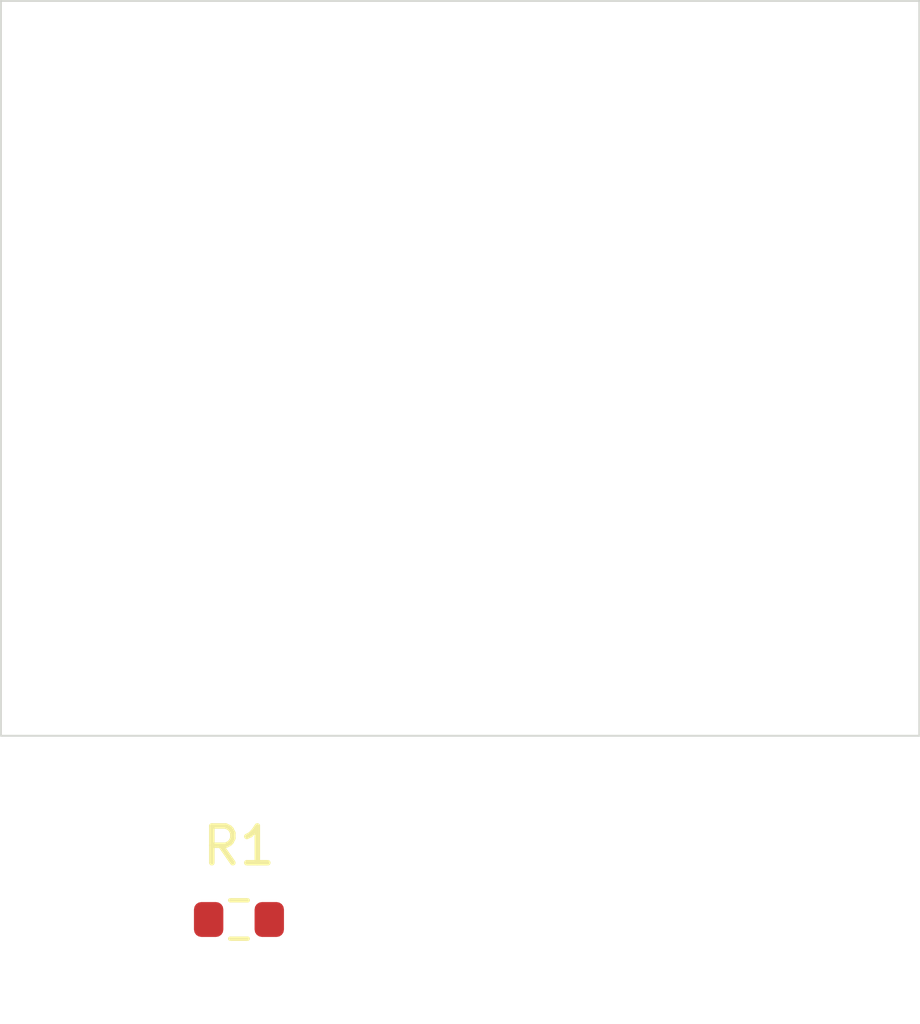
<source format=kicad_pcb>
(kicad_pcb (version 20241229) (generator "pcbnew") (generator_version "9.0")
  (layers (0 "F.Cu" signal) (2 "B.Cu" signal) (13 "F.Paste" user) (15 "B.Paste" user) (5 "F.SilkS" user "F.Silkscreen") (7 "B.SilkS" user "B.Silkscreen") (1 "F.Mask" user) (3 "B.Mask" user) (25 "Edge.Cuts" user))
  (net 0 "")
  (footprint "Resistor_SMD:R_0603_1608Metric" (layer "F.Cu") (at 6.479999999999997 25.0)
    (property "Reference" "R1" (at 0 -2 0) (layer "F.SilkS") (effects (font (size 1.0 1.0))))
    (property "Value" "1k")
    (fp_line (start -0.237258 -0.5225) (end 0.237258 -0.5225) (stroke (width 0.12)) (layer "F.SilkS"))
    (fp_line (start -0.237258 0.5225) (end 0.237258 0.5225) (stroke (width 0.12)) (layer "F.SilkS"))
    (pad "1" smd roundrect (at -0.825 0.0) (size 0.8 0.95) (layers "F.Cu" "F.Mask" "F.Paste"))
    (pad "2" smd roundrect (at 0.825 0.0) (size 0.8 0.95) (layers "F.Cu" "F.Mask" "F.Paste"))
  )
  (gr_rect (start 0 0) (end 25.0 20.0) (stroke (width 0.05)) (fill no) (layer "Edge.Cuts"))
)
</source>
